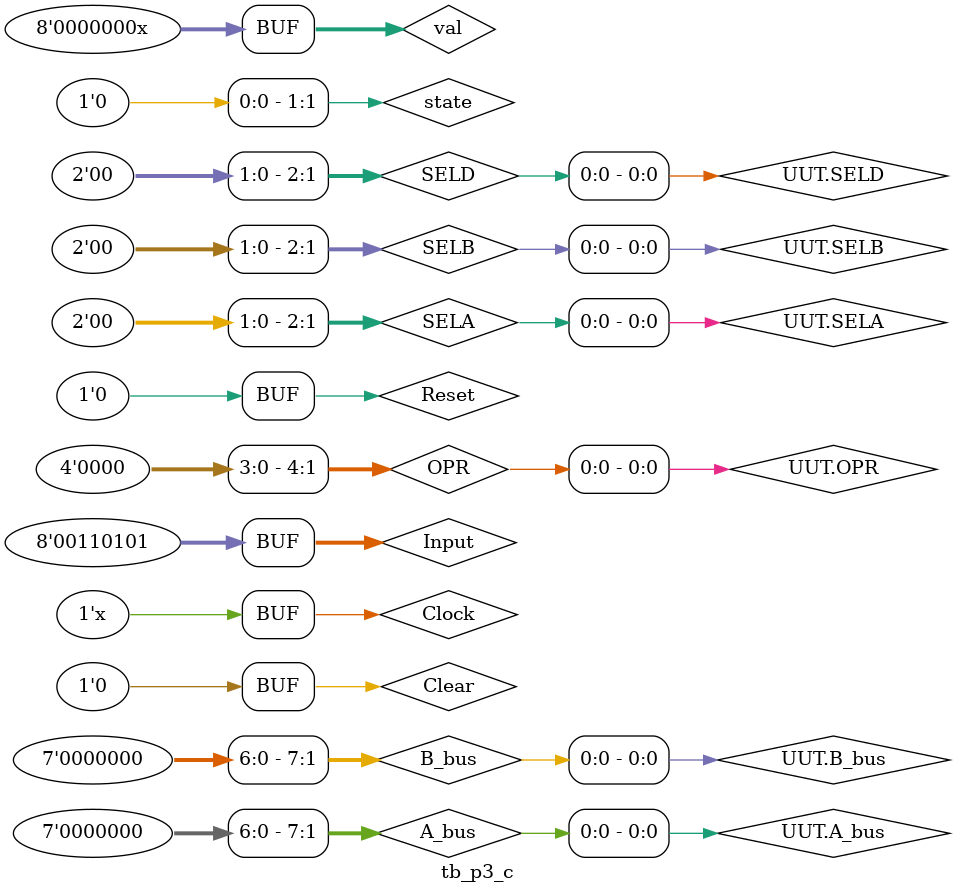
<source format=v>
module tb_p3_b();
    // Mode Declaration
    reg [7:0] Input;
    reg [2:0] SELA, SELB, SELD;
    reg [4:0] OPR;
    reg Clock = 0;
    wire [7:0] Output;

    // Instantiate p3_b
    p3_b UUT (Output, Input, SELA, SELB, SELD, OPR, Clock);

    wire [7:0] val = UUT.R[SELD];   // Value Stored in desired register

    // 1 Clock Cycle = 10ns
    always #5 Clock = ~Clock;

    initial begin
        // Addition of Input=24 and R1=0, store result=24 in R1
        Input = 8'd24;
        SELA = 3'd0;
        SELB = 3'd1;
        SELD = 3'd1;
        OPR = 5'd0;
        #10;
        
        // Addition of R1=24 and R1=24, store result=48 in R2
        SELA = 3'd1;
        SELB = 3'd1;
        SELD = 3'd2;
        OPR = 5'd0;
        #10;
        
        // Subtraction of R1=24 and Input=53, store result=29 in R3
        Input = 8'd53;
        SELA = 3'd0;
        SELB = 3'd1;
        SELD = 3'd3;
        OPR = 5'd1;
        #10;
        
        // Bitwise AND of R1=24 and R3=29, store result=20 in R4
        SELA = 3'd1;
        SELB = 3'd3;
        SELD = 3'd4;
        OPR = 5'd2;
        #10;
        
        // Bitwise XOR of R4=20 and Input=255, store result=235 in R7
        Input = 8'd255;
        SELA = 3'd4;
        SELB = 3'd0;
        SELD = 5'd7;
        OPR = 5'd6;
        #10;

        // End Simulation
        Input = 8'bx;
        SELA = 3'bx;
        SELB = 3'bx;
        SELD = 5'bx;
        OPR = 5'bx;
    end

    // Display all parameters
    initial begin
        $monitor("time=%g\tClock=%b Input=%d SELA=%d A_Bus=%d SELB=%d B_bus=%d OPR=%d Output=%d SELD=%d Value_Stored=%d",$time,Clock,Input,SELA,UUT.R[SELA],SELB,UUT.R[SELB],OPR,Output,SELD,val);
    end
endmodule

// Testbench for p3_c (FSM) in p3.v
module tb_p3_c();
    // Mode Declaration
    reg [7:0] Input;
    reg Clear = 0, Clock = 0, Reset = 0;
    wire [7:0] Output;

    // Instantiate p3_c
    p3_c UUT (Output, Input, Clock, Clear, Reset);

    // Parameters of p3_c for simulation waveform
    wire [2:0] SELA = UUT.SELA;
    wire [2:0] SELB = UUT.SELB;
    wire [2:0] SELD = UUT.SELD;
    wire [4:0] OPR = UUT.OPR;
    wire [7:0] A_bus = UUT.A_bus;
    wire [7:0] B_bus = UUT.B_bus;
    wire [7:0] val = UUT.R[3'd7];   // Value stored in desired register
    wire [1:0] state = UUT.state;   // State of FSM

    // 1 Clock Cycle = 10ns
    always #5 Clock = ~Clock;

    initial begin
        // Add Input=24 and R1=125, store result=149 in R7
        Input = 8'd24;
        #25;
        // Add Input=53 and R1=125, store result=178 in R7
        Input = 8'd53;
    end

    // Display all parameters
    initial begin
        $monitor("time=%g\tClock=%b State=%d Input=%d SELA=%d A_Bus=%d SELB=%d B_bus=%d OPR=%d Output=%d SELD=%d Value_Stored=%d",$time,Clock,state,Input,UUT.SELA,UUT.A_bus,UUT.SELB,B_bus,UUT.OPR,Output,UUT.SELD,val);
    end
endmodule
</source>
